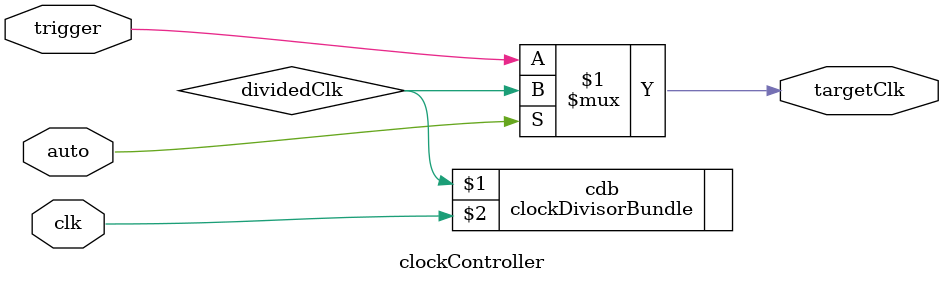
<source format=v>
`timescale 1ns / 1ps


module clockController(
    output targetClk,
    input clk,
    input trigger,
    input auto
);
wire dividedClk;
clockDivisorBundle #(18) cdb(dividedClk, clk);
assign targetClk = auto ? dividedClk : trigger;
endmodule

</source>
